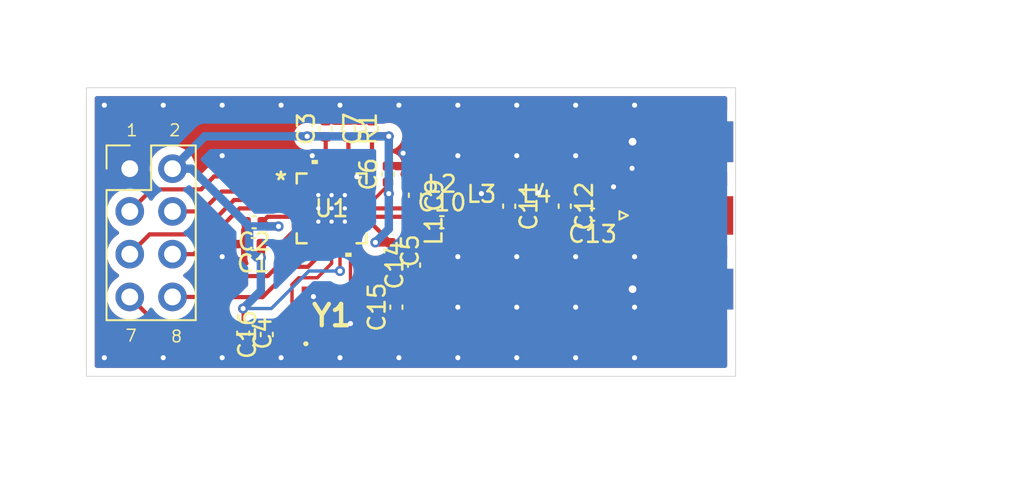
<source format=kicad_pcb>
(kicad_pcb (version 20241229) (generator "pcbnew") (generator_version "9.0")
  (layers (0 "F.Cu" signal) (2 "B.Cu" signal) (13 "F.Paste" user) (15 "B.Paste" user) (5 "F.SilkS" user "F.Silkscreen") (7 "B.SilkS" user "B.Silkscreen") (1 "F.Mask" user) (3 "B.Mask" user) (25 "Edge.Cuts" user))
  (net 0 "")
  (net 1 "+3.3V")
  (net 2 "GND")
  (net 3 "RF_N")
  (net 4 "Net-(C10-Pad2)")
  (net 5 "RF_P")
  (net 6 "Net-(C11-Pad2)")
  (net 7 "Net-(C12-Pad2)")
  (net 8 "RFC")
  (net 9 "Net-(C14-Pad2)")
  (net 10 "/XOSC_Q2")
  (net 11 "/XOSC_Q1")
  (net 12 "GD02")
  (net 13 "GD00")
  (net 14 "CSN")
  (net 15 "SCLK")
  (net 16 "Net-(U1-RBIAS)")
  (net 17 "MISO")
  (net 18 "MOSI")
  (footprint "comms-board-footprints:RGP20_2P4X2P4" (layer "F.Cu") (at 90.2495 91.8798)
    (property "Reference" "U1" (at 0 0 0) (layer "F.SilkS"))
    (property "Value" "CC1101RGP")
    (fp_line (start -2.0701 -2.0701) (end -2.0701 -1.485141) (stroke (width 0.1524)) (layer "F.SilkS"))
    (fp_line (start -2.0701 1.485141) (end -2.0701 2.0701) (stroke (width 0.1524)) (layer "F.SilkS"))
    (fp_line (start -2.0701 2.0701) (end -1.485141 2.0701) (stroke (width 0.1524)) (layer "F.SilkS"))
    (fp_line (start -1.485141 -2.0701) (end -2.0701 -2.0701) (stroke (width 0.1524)) (layer "F.SilkS"))
    (fp_line (start 1.485141 2.0701) (end 2.0701 2.0701) (stroke (width 0.1524)) (layer "F.SilkS"))
    (fp_line (start 2.0701 -2.0701) (end 1.485141 -2.0701) (stroke (width 0.1524)) (layer "F.SilkS"))
    (fp_line (start 2.0701 -1.485141) (end 2.0701 -2.0701) (stroke (width 0.1524)) (layer "F.SilkS"))
    (fp_line (start 2.0701 2.0701) (end 2.0701 1.485141) (stroke (width 0.1524)) (layer "F.SilkS"))
    (fp_poly (pts (xy -1.190501 -2.6289) (xy -1.190501 -2.8829) (xy -0.809501 -2.8829) (xy -0.809501 -2.6289)) (fill yes) (layer "F.SilkS"))
    (fp_poly (pts (xy 0.809501 2.6289) (xy 0.809501 2.8829) (xy 1.190501 2.8829) (xy 1.190501 2.6289)) (fill yes) (layer "F.SilkS"))
    (fp_text user "*" (at -3.0099 -1.631 0) (layer "F.SilkS"))
    (fp_text user "*" (at -3.0099 -1.631 0) (layer "F.SilkS"))
    (pad "1" smd rect (at -1.89865 -1.000001 90) (size 0.3048 0.9525) (layers "F.Cu" "F.Mask" "F.Paste") (net 15 "SCLK"))
    (pad "2" smd rect (at -1.89865 -0.499999 90) (size 0.3048 0.9525) (layers "F.Cu" "F.Mask" "F.Paste") (net 17 "MISO"))
    (pad "3" smd rect (at -1.89865 0 90) (size 0.3048 0.9525) (layers "F.Cu" "F.Mask" "F.Paste") (net 12 "GD02"))
    (pad "4" smd rect (at -1.89865 0.499999 90) (size 0.3048 0.9525) (layers "F.Cu" "F.Mask" "F.Paste") (net 1 "+3.3V"))
    (pad "5" smd rect (at -1.89865 1.000001 90) (size 0.3048 0.9525) (layers "F.Cu" "F.Mask" "F.Paste") (net 1 "+3.3V"))
    (pad "6" smd rect (at -1.000001 1.89865) (size 0.3048 0.9525) (layers "F.Cu" "F.Mask" "F.Paste") (net 13 "GD00"))
    (pad "7" smd rect (at -0.499999 1.89865) (size 0.3048 0.9525) (layers "F.Cu" "F.Mask" "F.Paste") (net 14 "CSN"))
    (pad "8" smd rect (at 0 1.89865) (size 0.3048 0.9525) (layers "F.Cu" "F.Mask" "F.Paste") (net 11 "/XOSC_Q1"))
    (pad "9" smd rect (at 0.499999 1.89865) (size 0.3048 0.9525) (layers "F.Cu" "F.Mask" "F.Paste") (net 1 "+3.3V"))
    (pad "10" smd rect (at 1.000001 1.89865) (size 0.3048 0.9525) (layers "F.Cu" "F.Mask" "F.Paste") (net 10 "/XOSC_Q2"))
    (pad "11" smd rect (at 1.89865 1.000001 90) (size 0.3048 0.9525) (layers "F.Cu" "F.Mask" "F.Paste") (net 1 "+3.3V"))
    (pad "12" smd rect (at 1.89865 0.499999 90) (size 0.3048 0.9525) (layers "F.Cu" "F.Mask" "F.Paste") (net 5 "RF_P"))
    (pad "13" smd rect (at 1.89865 0 90) (size 0.3048 0.9525) (layers "F.Cu" "F.Mask" "F.Paste") (net 3 "RF_N"))
    (pad "14" smd rect (at 1.89865 -0.499999 90) (size 0.3048 0.9525) (layers "F.Cu" "F.Mask" "F.Paste") (net 1 "+3.3V"))
    (pad "15" smd rect (at 1.89865 -1.000001 90) (size 0.3048 0.9525) (layers "F.Cu" "F.Mask" "F.Paste") (net 1 "+3.3V"))
    (pad "16" smd rect (at 1.000001 -1.89865) (size 0.3048 0.9525) (layers "F.Cu" "F.Mask" "F.Paste") (net 2 "GND"))
    (pad "17" smd rect (at 0.499999 -1.89865) (size 0.3048 0.9525) (layers "F.Cu" "F.Mask" "F.Paste") (net 16 "Net-(U1-RBIAS)"))
    (pad "18" smd rect (at 0 -1.89865) (size 0.3048 0.9525) (layers "F.Cu" "F.Mask" "F.Paste") (net 1 "+3.3V"))
    (pad "19" smd rect (at -0.499999 -1.89865) (size 0.3048 0.9525) (layers "F.Cu" "F.Mask" "F.Paste") (net 2 "GND"))
    (pad "20" smd rect (at -1.000001 -1.89865) (size 0.3048 0.9525) (layers "F.Cu" "F.Mask" "F.Paste") (net 18 "MOSI"))
    (pad "21" smd rect (at 0 0) (size 2.413 2.413) (layers "F.Cu") (net 2 "GND"))
    (pad "V" thru_hole circle (at -0.7874 -0.7874) (size 0.508 0.508) (drill 0.254) (layers "*.Cu" "*.Mask") (net 2 "GND"))
    (pad "V" thru_hole circle (at -0.7874 0) (size 0.508 0.508) (drill 0.254) (layers "*.Cu" "*.Mask") (net 2 "GND"))
    (pad "V" thru_hole circle (at -0.7874 0.7874) (size 0.508 0.508) (drill 0.254) (layers "*.Cu" "*.Mask") (net 2 "GND"))
    (pad "V" thru_hole circle (at 0 -0.7874) (size 0.508 0.508) (drill 0.254) (layers "*.Cu" "*.Mask") (net 2 "GND"))
    (pad "V" thru_hole circle (at 0 0) (size 0.508 0.508) (drill 0.254) (layers "*.Cu" "*.Mask") (net 2 "GND"))
    (pad "V" thru_hole circle (at 0 0.7874) (size 0.508 0.508) (drill 0.254) (layers "*.Cu" "*.Mask") (net 2 "GND"))
    (pad "V" thru_hole circle (at 0.7874 -0.7874) (size 0.508 0.508) (drill 0.254) (layers "*.Cu" "*.Mask") (net 2 "GND"))
    (pad "V" thru_hole circle (at 0.7874 0) (size 0.508 0.508) (drill 0.254) (layers "*.Cu" "*.Mask") (net 2 "GND"))
    (pad "V" thru_hole circle (at 0.7874 0.7874) (size 0.508 0.508) (drill 0.254) (layers "*.Cu" "*.Mask") (net 2 "GND"))
  )
  (footprint "Capacitor_SMD:C_0402_1005Metric" (layer "F.Cu") (at 95.15 95.25 90)
    (property "Reference" "C14" (at 0 -1.16 90) (layer "F.SilkS"))
    (property "Value" "220pF")
    (fp_line (start -0.107836 -0.36) (end 0.107836 -0.36) (stroke (width 0.12)) (layer "F.SilkS"))
    (fp_line (start -0.107836 0.36) (end 0.107836 0.36) (stroke (width 0.12)) (layer "F.SilkS"))
    (pad "1" smd roundrect (at -0.48 0 90) (size 0.56 0.62) (layers "F.Cu" "F.Mask" "F.Paste") (net 2 "GND"))
    (pad "2" smd roundrect (at 0.48 0 90) (size 0.56 0.62) (layers "F.Cu" "F.Mask" "F.Paste") (net 9 "Net-(C14-Pad2)"))
  )
  (footprint "Capacitor_SMD:C_0402_1005Metric" (layer "F.Cu") (at 105.75 92.25 180)
    (property "Reference" "C13" (at 0 -1.16 180) (layer "F.SilkS"))
    (property "Value" "220pF")
    (fp_line (start -0.107836 0.36) (end 0.107836 0.36) (stroke (width 0.12)) (layer "F.SilkS"))
    (fp_line (start -0.107836 -0.36) (end 0.107836 -0.36) (stroke (width 0.12)) (layer "F.SilkS"))
    (pad "1" smd roundrect (at -0.48 0 180) (size 0.56 0.62) (layers "F.Cu" "F.Mask" "F.Paste") (net 8 "RFC"))
    (pad "2" smd roundrect (at 0.48 0 180) (size 0.56 0.62) (layers "F.Cu" "F.Mask" "F.Paste") (net 7 "Net-(C12-Pad2)"))
  )
  (footprint "Capacitor_SMD:C_0402_1005Metric" (layer "F.Cu") (at 85 99.3 -90)
    (property "Reference" "C4" (at 0 -1.16 90) (layer "F.SilkS"))
    (property "Value" "10nF")
    (fp_line (start -0.107836 0.36) (end 0.107836 0.36) (stroke (width 0.12)) (layer "F.SilkS"))
    (fp_line (start -0.107836 -0.36) (end 0.107836 -0.36) (stroke (width 0.12)) (layer "F.SilkS"))
    (pad "1" smd roundrect (at -0.48 0 270) (size 0.56 0.62) (layers "F.Cu" "F.Mask" "F.Paste") (net 1 "+3.3V"))
    (pad "2" smd roundrect (at 0.48 0 270) (size 0.56 0.62) (layers "F.Cu" "F.Mask" "F.Paste") (net 2 "GND"))
  )
  (footprint "Resistor_SMD:R_0402_1005Metric" (layer "F.Cu") (at 91.25 87.15 -90)
    (property "Reference" "R1" (at 0 -1.17 90) (layer "F.SilkS"))
    (property "Value" "56k")
    (fp_line (start -0.153641 0.38) (end 0.153641 0.38) (stroke (width 0.12)) (layer "F.SilkS"))
    (fp_line (start -0.153641 -0.38) (end 0.153641 -0.38) (stroke (width 0.12)) (layer "F.SilkS"))
    (pad "1" smd roundrect (at -0.51 0 270) (size 0.54 0.64) (layers "F.Cu" "F.Mask" "F.Paste") (net 2 "GND"))
    (pad "2" smd roundrect (at 0.51 0 270) (size 0.54 0.64) (layers "F.Cu" "F.Mask" "F.Paste") (net 16 "Net-(U1-RBIAS)"))
  )
  (footprint "Capacitor_SMD:C_0402_1005Metric" (layer "F.Cu") (at 93.6 89.85 90)
    (property "Reference" "C6" (at 0 -1.16 90) (layer "F.SilkS"))
    (property "Value" "10nF")
    (fp_line (start -0.107836 -0.36) (end 0.107836 -0.36) (stroke (width 0.12)) (layer "F.SilkS"))
    (fp_line (start -0.107836 0.36) (end 0.107836 0.36) (stroke (width 0.12)) (layer "F.SilkS"))
    (pad "1" smd roundrect (at -0.48 0 90) (size 0.56 0.62) (layers "F.Cu" "F.Mask" "F.Paste") (net 1 "+3.3V"))
    (pad "2" smd roundrect (at 0.48 0 90) (size 0.56 0.62) (layers "F.Cu" "F.Mask" "F.Paste") (net 2 "GND"))
  )
  (footprint "Capacitor_SMD:C_0402_1005Metric" (layer "F.Cu") (at 94.1 97.75 90)
    (property "Reference" "C15" (at 0 -1.16 90) (layer "F.SilkS"))
    (property "Value" "27pF")
    (fp_line (start -0.107836 -0.36) (end 0.107836 -0.36) (stroke (width 0.12)) (layer "F.SilkS"))
    (fp_line (start -0.107836 0.36) (end 0.107836 0.36) (stroke (width 0.12)) (layer "F.SilkS"))
    (pad "1" smd roundrect (at -0.48 0 90) (size 0.56 0.62) (layers "F.Cu" "F.Mask" "F.Paste") (net 2 "GND"))
    (pad "2" smd roundrect (at 0.48 0 90) (size 0.56 0.62) (layers "F.Cu" "F.Mask" "F.Paste") (net 10 "/XOSC_Q2"))
  )
  (footprint "Capacitor_SMD:C_0402_1005Metric" (layer "F.Cu") (at 89.9 87.15 90)
    (property "Reference" "C3" (at 0 -1.16 90) (layer "F.SilkS"))
    (property "Value" "220pF")
    (fp_line (start -0.107836 -0.36) (end 0.107836 -0.36) (stroke (width 0.12)) (layer "F.SilkS"))
    (fp_line (start -0.107836 0.36) (end 0.107836 0.36) (stroke (width 0.12)) (layer "F.SilkS"))
    (pad "1" smd roundrect (at -0.48 0 90) (size 0.56 0.62) (layers "F.Cu" "F.Mask" "F.Paste") (net 1 "+3.3V"))
    (pad "2" smd roundrect (at 0.48 0 90) (size 0.56 0.62) (layers "F.Cu" "F.Mask" "F.Paste") (net 2 "GND"))
  )
  (footprint "Inductor_SMD:L_0402_1005Metric" (layer "F.Cu") (at 102.435 92.2)
    (property "Reference" "L4" (at 0 -1.17 0) (layer "F.SilkS"))
    (property "Value" "27nH")
    (pad "1" smd roundrect (at -0.485 0) (size 0.59 0.64) (layers "F.Cu" "F.Mask" "F.Paste") (net 6 "Net-(C11-Pad2)"))
    (pad "2" smd roundrect (at 0.485 0) (size 0.59 0.64) (layers "F.Cu" "F.Mask" "F.Paste") (net 7 "Net-(C12-Pad2)"))
  )
  (footprint "Capacitor_SMD:C_0402_1005Metric" (layer "F.Cu") (at 86.4 99.3723 90)
    (property "Reference" "C16" (at 0 -1.16 90) (layer "F.SilkS"))
    (property "Value" "27pF")
    (fp_line (start -0.107836 -0.36) (end 0.107836 -0.36) (stroke (width 0.12)) (layer "F.SilkS"))
    (fp_line (start -0.107836 0.36) (end 0.107836 0.36) (stroke (width 0.12)) (layer "F.SilkS"))
    (pad "1" smd roundrect (at -0.48 0 90) (size 0.56 0.62) (layers "F.Cu" "F.Mask" "F.Paste") (net 2 "GND"))
    (pad "2" smd roundrect (at 0.48 0 90) (size 0.56 0.62) (layers "F.Cu" "F.Mask" "F.Paste") (net 11 "/XOSC_Q1"))
  )
  (footprint "comms-board-footprints:NX3225GA26MHZTI" (layer "F.Cu") (at 90.2716 97.9222)
    (property "Reference" "Y1" (at 0 0.325 0) (layer "F.SilkS") (effects (font (size 1.27 1.27) (thickness 0.254))))
    (property "Value" "NX3225GA-26MHZ-TI" (hide yes))
    (fp_line (start -1.6 2) (end -1.6 2) (stroke (width 0.2)) (layer "F.SilkS"))
    (fp_line (start -1.5 2) (end -1.5 2) (stroke (width 0.2)) (layer "F.SilkS"))
    (fp_arc (start -1.6 2) (mid -1.55 1.95) (end -1.5 2) (stroke (width 0.2)) (layer "F.SilkS"))
    (fp_arc (start -1.5 2) (mid -1.55 2.05) (end -1.6 2) (stroke (width 0.2)) (layer "F.SilkS"))
    (pad "1" smd rect (at -1.1 0.8 90) (size 1.2 1.4) (layers "F.Cu" "F.Mask" "F.Paste") (net 11 "/XOSC_Q1"))
    (pad "2" smd rect (at 1.1 0.8 90) (size 1.2 1.4) (layers "F.Cu" "F.Mask" "F.Paste") (net 2 "GND"))
    (pad "3" smd rect (at 1.1 -0.8 90) (size 1.2 1.4) (layers "F.Cu" "F.Mask" "F.Paste") (net 10 "/XOSC_Q2"))
    (pad "4" smd rect (at -1.1 -0.8 90) (size 1.2 1.4) (layers "F.Cu" "F.Mask" "F.Paste") (net 2 "GND"))
  )
  (footprint "Connector_PinHeader_2.54mm:PinHeader_2x04_P2.54mm_Vertical" (layer "F.Cu") (at 78.26 89.52)
    (property "Reference" "J1" (hide yes))
    (property "Value" "Conn_02x04_Odd_Even" (hide yes))
    (fp_line (start -1.38 -1.38) (end 0 -1.38) (stroke (width 0.12)) (layer "F.SilkS"))
    (fp_line (start -1.38 0) (end -1.38 -1.38) (stroke (width 0.12)) (layer "F.SilkS"))
    (fp_line (start -1.38 1.27) (end -1.38 9) (stroke (width 0.12)) (layer "F.SilkS"))
    (fp_line (start -1.38 1.27) (end 1.27 1.27) (stroke (width 0.12)) (layer "F.SilkS"))
    (fp_line (start -1.38 9) (end 3.92 9) (stroke (width 0.12)) (layer "F.SilkS"))
    (fp_line (start 1.27 -1.38) (end 3.92 -1.38) (stroke (width 0.12)) (layer "F.SilkS"))
    (fp_line (start 1.27 1.27) (end 1.27 -1.38) (stroke (width 0.12)) (layer "F.SilkS"))
    (fp_line (start 3.92 -1.38) (end 3.92 9) (stroke (width 0.12)) (layer "F.SilkS"))
    (pad "1" thru_hole rect (at 0 0) (size 1.7 1.7) (drill 1) (layers "*.Cu" "*.Mask") (net 2 "GND"))
    (pad "2" thru_hole circle (at 2.54 0) (size 1.7 1.7) (drill 1) (layers "*.Cu" "*.Mask") (net 1 "+3.3V"))
    (pad "3" thru_hole circle (at 0 2.54) (size 1.7 1.7) (drill 1) (layers "*.Cu" "*.Mask") (net 18 "MOSI"))
    (pad "4" thru_hole circle (at 2.54 2.54) (size 1.7 1.7) (drill 1) (layers "*.Cu" "*.Mask") (net 15 "SCLK"))
    (pad "5" thru_hole circle (at 0 5.08) (size 1.7 1.7) (drill 1) (layers "*.Cu" "*.Mask") (net 17 "MISO"))
    (pad "6" thru_hole circle (at 2.54 5.08) (size 1.7 1.7) (drill 1) (layers "*.Cu" "*.Mask") (net 12 "GD02"))
    (pad "7" thru_hole circle (at 0 7.62) (size 1.7 1.7) (drill 1) (layers "*.Cu" "*.Mask") (net 14 "CSN"))
    (pad "8" thru_hole circle (at 2.54 7.62) (size 1.7 1.7) (drill 1) (layers "*.Cu" "*.Mask") (net 13 "GD00"))
  )
  (footprint "Capacitor_SMD:C_0402_1005Metric" (layer "F.Cu") (at 85.6 94 180)
    (property "Reference" "C1" (at 0 -1.16 0) (layer "F.SilkS"))
    (property "Value" "100nF")
    (fp_line (start -0.107836 0.36) (end 0.107836 0.36) (stroke (width 0.12)) (layer "F.SilkS"))
    (fp_line (start -0.107836 -0.36) (end 0.107836 -0.36) (stroke (width 0.12)) (layer "F.SilkS"))
    (pad "1" smd roundrect (at -0.48 0 180) (size 0.56 0.62) (layers "F.Cu" "F.Mask" "F.Paste") (net 1 "+3.3V"))
    (pad "2" smd roundrect (at 0.48 0 180) (size 0.56 0.62) (layers "F.Cu" "F.Mask" "F.Paste") (net 2 "GND"))
  )
  (footprint "Capacitor_SMD:C_0402_1005Metric" (layer "F.Cu") (at 96.8 92.7)
    (property "Reference" "C10" (at 0 -1.16 0) (layer "F.SilkS"))
    (property "Value" "3.9pF")
    (fp_line (start -0.107836 -0.36) (end 0.107836 -0.36) (stroke (width 0.12)) (layer "F.SilkS"))
    (fp_line (start -0.107836 0.36) (end 0.107836 0.36) (stroke (width 0.12)) (layer "F.SilkS"))
    (pad "1" smd roundrect (at -0.48 0) (size 0.56 0.62) (layers "F.Cu" "F.Mask" "F.Paste") (net 5 "RF_P"))
    (pad "2" smd roundrect (at 0.48 0) (size 0.56 0.62) (layers "F.Cu" "F.Mask" "F.Paste") (net 4 "Net-(C10-Pad2)"))
  )
  (footprint "Capacitor_SMD:C_0402_1005Metric" (layer "F.Cu") (at 92.65 87.15 90)
    (property "Reference" "C7" (at 0 -1.16 90) (layer "F.SilkS"))
    (property "Value" "220nF")
    (fp_line (start -0.107836 -0.36) (end 0.107836 -0.36) (stroke (width 0.12)) (layer "F.SilkS"))
    (fp_line (start -0.107836 0.36) (end 0.107836 0.36) (stroke (width 0.12)) (layer "F.SilkS"))
    (pad "1" smd roundrect (at -0.48 0 90) (size 0.56 0.62) (layers "F.Cu" "F.Mask" "F.Paste") (net 1 "+3.3V"))
    (pad "2" smd roundrect (at 0.48 0 90) (size 0.56 0.62) (layers "F.Cu" "F.Mask" "F.Paste") (net 2 "GND"))
  )
  (footprint "Capacitor_SMD:C_0402_1005Metric" (layer "F.Cu") (at 100.8 91.75 -90)
    (property "Reference" "C11" (at 0 -1.16 270) (layer "F.SilkS"))
    (property "Value" "8.2pF")
    (fp_line (start -0.107836 0.36) (end 0.107836 0.36) (stroke (width 0.12)) (layer "F.SilkS"))
    (fp_line (start -0.107836 -0.36) (end 0.107836 -0.36) (stroke (width 0.12)) (layer "F.SilkS"))
    (pad "1" smd roundrect (at -0.48 0 270) (size 0.56 0.62) (layers "F.Cu" "F.Mask" "F.Paste") (net 2 "GND"))
    (pad "2" smd roundrect (at 0.48 0 270) (size 0.56 0.62) (layers "F.Cu" "F.Mask" "F.Paste") (net 6 "Net-(C11-Pad2)"))
  )
  (footprint "Inductor_SMD:L_0402_1005Metric" (layer "F.Cu") (at 95.15 93.2 -90)
    (property "Reference" "L1" (at 0 -1.17 270) (layer "F.SilkS"))
    (property "Value" "27nH")
    (pad "1" smd roundrect (at -0.485 0 270) (size 0.59 0.64) (layers "F.Cu" "F.Mask" "F.Paste") (net 5 "RF_P"))
    (pad "2" smd roundrect (at 0.485 0 270) (size 0.59 0.64) (layers "F.Cu" "F.Mask" "F.Paste") (net 9 "Net-(C14-Pad2)"))
  )
  (footprint "Inductor_SMD:L_0402_1005Metric" (layer "F.Cu") (at 96.8 91.6)
    (property "Reference" "L2" (at 0 -1.17 0) (layer "F.SilkS"))
    (property "Value" "27nH")
    (pad "1" smd roundrect (at -0.485 0) (size 0.59 0.64) (layers "F.Cu" "F.Mask" "F.Paste") (net 3 "RF_N"))
    (pad "2" smd roundrect (at 0.485 0) (size 0.59 0.64) (layers "F.Cu" "F.Mask" "F.Paste") (net 4 "Net-(C10-Pad2)"))
  )
  (footprint "Capacitor_SMD:C_0402_1005Metric" (layer "F.Cu") (at 85.65 92.7 180)
    (property "Reference" "C2" (at 0 -1.16 180) (layer "F.SilkS"))
    (property "Value" "100nF")
    (fp_line (start -0.107836 0.36) (end 0.107836 0.36) (stroke (width 0.12)) (layer "F.SilkS"))
    (fp_line (start -0.107836 -0.36) (end 0.107836 -0.36) (stroke (width 0.12)) (layer "F.SilkS"))
    (pad "1" smd roundrect (at -0.48 0 180) (size 0.56 0.62) (layers "F.Cu" "F.Mask" "F.Paste") (net 1 "+3.3V"))
    (pad "2" smd roundrect (at 0.48 0 180) (size 0.56 0.62) (layers "F.Cu" "F.Mask" "F.Paste") (net 2 "GND"))
  )
  (footprint "Capacitor_SMD:C_0402_1005Metric" (layer "F.Cu") (at 95.2 91.1 -90)
    (property "Reference" "C9" (at 0 -1.16 270) (layer "F.SilkS"))
    (property "Value" "3.9pF")
    (fp_line (start -0.107836 0.36) (end 0.107836 0.36) (stroke (width 0.12)) (layer "F.SilkS"))
    (fp_line (start -0.107836 -0.36) (end 0.107836 -0.36) (stroke (width 0.12)) (layer "F.SilkS"))
    (pad "1" smd roundrect (at -0.48 0 270) (size 0.56 0.62) (layers "F.Cu" "F.Mask" "F.Paste") (net 2 "GND"))
    (pad "2" smd roundrect (at 0.48 0 270) (size 0.56 0.62) (layers "F.Cu" "F.Mask" "F.Paste") (net 3 "RF_N"))
  )
  (footprint "Inductor_SMD:L_0402_1005Metric" (layer "F.Cu") (at 99.15 92.2)
    (property "Reference" "L3" (at 0 -1.17 0) (layer "F.SilkS"))
    (property "Value" "22nH")
    (pad "1" smd roundrect (at -0.485 0) (size 0.59 0.64) (layers "F.Cu" "F.Mask" "F.Paste") (net 4 "Net-(C10-Pad2)"))
    (pad "2" smd roundrect (at 0.485 0) (size 0.59 0.64) (layers "F.Cu" "F.Mask" "F.Paste") (net 6 "Net-(C11-Pad2)"))
  )
  (footprint "Capacitor_SMD:C_0402_1005Metric" (layer "F.Cu") (at 104.1 91.75 -90)
    (property "Reference" "C12" (at 0 -1.16 270) (layer "F.SilkS"))
    (property "Value" "5.6pF")
    (fp_line (start -0.107836 0.36) (end 0.107836 0.36) (stroke (width 0.12)) (layer "F.SilkS"))
    (fp_line (start -0.107836 -0.36) (end 0.107836 -0.36) (stroke (width 0.12)) (layer "F.SilkS"))
    (pad "1" smd roundrect (at -0.48 0 270) (size 0.56 0.62) (layers "F.Cu" "F.Mask" "F.Paste") (net 2 "GND"))
    (pad "2" smd roundrect (at 0.48 0 270) (size 0.56 0.62) (layers "F.Cu" "F.Mask" "F.Paste") (net 7 "Net-(C12-Pad2)"))
  )
  (footprint "Capacitor_SMD:C_0402_1005Metric" (layer "F.Cu") (at 93.75 94.4 -90)
    (property "Reference" "C5" (at 0 -1.16 270) (layer "F.SilkS"))
    (property "Value" "220pF")
    (fp_line (start -0.107836 0.36) (end 0.107836 0.36) (stroke (width 0.12)) (layer "F.SilkS"))
    (fp_line (start -0.107836 -0.36) (end 0.107836 -0.36) (stroke (width 0.12)) (layer "F.SilkS"))
    (pad "1" smd roundrect (at -0.48 0 270) (size 0.56 0.62) (layers "F.Cu" "F.Mask" "F.Paste") (net 1 "+3.3V"))
    (pad "2" smd roundrect (at 0.48 0 270) (size 0.56 0.62) (layers "F.Cu" "F.Mask" "F.Paste") (net 2 "GND"))
  )
  (footprint "Connector_Coaxial:SMA_Molex_73251-1153_EdgeMount_Horizontal" (layer "F.Cu") (at 109.85 92.3 180)
    (property "Reference" "J3" (hide yes))
    (property "Value" "Conn_Coaxial")
    (fp_line (start 2.5 0.25) (end 2 0) (stroke (width 0.12)) (layer "F.SilkS"))
    (fp_line (start 2.5 -0.25) (end 2.5 0.25) (stroke (width 0.12)) (layer "F.SilkS"))
    (fp_line (start 2 0) (end 2.5 -0.25) (stroke (width 0.12)) (layer "F.SilkS"))
    (pad "1" smd rect (at -1.72 0 180) (size 5.08 2.29) (layers "F.Cu" "F.Mask" "F.Paste") (net 8 "RFC"))
    (pad "2" smd rect (at -1.72 -4.38 180) (size 5.08 2.42) (layers "F.Cu" "F.Mask" "F.Paste") (net 2 "GND"))
    (pad "2" smd rect (at -1.72 -4.38 180) (size 5.08 2.42) (layers "B.Cu" "B.Mask" "B.Paste") (net 2 "GND"))
    (pad "2" smd rect (at -1.72 4.38 180) (size 5.08 2.42) (layers "F.Cu" "F.Mask" "F.Paste") (net 2 "GND"))
    (pad "2" smd rect (at -1.72 4.38 180) (size 5.08 2.42) (layers "B.Cu" "B.Mask" "B.Paste") (net 2 "GND"))
    (pad "2" smd rect (at 1.27 -4.38 180) (size 0.95 0.46) (layers "F.Cu") (net 2 "GND"))
    (pad "2" smd rect (at 1.27 -4.38 180) (size 0.95 0.46) (layers "B.Cu") (net 2 "GND"))
    (pad "2" smd rect (at 1.27 4.38 180) (size 0.95 0.46) (layers "F.Cu") (net 2 "GND"))
    (pad "2" smd rect (at 1.27 4.38 180) (size 0.95 0.46) (layers "B.Cu") (net 2 "GND"))
    (pad "2" thru_hole circle (at 1.72 -4.38 180) (size 0.97 0.97) (drill 0.46) (layers "*.Cu") (net 2 "GND"))
    (pad "2" thru_hole circle (at 1.72 4.38 180) (size 0.97 0.97) (drill 0.46) (layers "*.Cu") (net 2 "GND"))
  )
  (gr_rect (start 75.682 84.7108) (end 114.25 101.856) (stroke (width 0.05)) (fill no) (layer "Edge.Cuts"))
  (gr_text "1" (at 78 87.65 0) (layer "F.SilkS") (effects (font (size 0.7 0.7) (thickness 0.0875)) (justify left bottom)))
  (gr_text "7\n" (at 77.95 99.85 0) (layer "F.SilkS") (effects (font (size 0.7 0.7) (thickness 0.0875)) (justify left bottom)))
  (gr_text "2" (at 80.55 87.65 0) (layer "F.SilkS") (effects (font (size 0.7 0.7) (thickness 0.0875)) (justify left bottom)))
  (gr_text "8" (at 80.65 99.9 0) (layer "F.SilkS") (effects (font (size 0.7 0.7) (thickness 0.0875)) (justify left bottom)))
  (segment (start 93.73 93.9) (end 93.75 93.92) (width 0.5) (layer "F.Cu") (net 1))
  (segment (start 86.08 94) (end 87.230651 94) (width 0.25) (layer "F.Cu") (net 1))
  (segment (start 93.6 90.515) (end 93.6 90.33) (width 0.2) (layer "F.Cu") (net 1))
  (segment (start 90.2495 89.0495) (end 90.2495 89.98115) (width 0.25) (layer "F.Cu") (net 1))
  (segment (start 89.9 87.63) (end 89.9 88.7) (width 0.25) (layer "F.Cu") (net 1))
  (segment (start 89.87 87.6) (end 89.9 87.63) (width 0.5) (layer "F.Cu") (net 1))
  (segment (start 93.65 87.6) (end 92.68 87.6) (width 0.5) (layer "F.Cu") (net 1))
  (segment (start 88.35085 92.379799) (end 86.450201 92.379799) (width 0.25) (layer "F.Cu") (net 1))
  (segment (start 87.1 92.95) (end 86.38 92.95) (width 0.5) (layer "F.Cu") (net 1))
  (segment (start 92.65 87.63) (end 92.65 90.377949) (width 0.25) (layer "F.Cu") (net 1))
  (segment (start 90.75 95.6) (end 90.75 93.778951) (width 0.2) (layer "F.Cu") (net 1))
  (segment (start 92.729801 92.879801) (end 92.14815 92.879801) (width 0.25) (layer "F.Cu") (net 1))
  (segment (start 84.9928 97.6572) (end 84.9928 97.828) (width 0.2) (layer "F.Cu") (net 1))
  (segment (start 90.75 93.778951) (end 90.749499 93.77845) (width 0.2) (layer "F.Cu") (net 1))
  (segment (start 86.38 92.95) (end 86.13 92.7) (width 0.5) (layer "F.Cu") (net 1))
  (segment (start 86.450201 92.379799) (end 86.13 92.7) (width 0.25) (layer "F.Cu") (net 1))
  (segment (start 93.75 93.9) (end 92.729801 92.879801) (width 0.25) (layer "F.Cu") (net 1))
  (segment (start 89.9 88.7) (end 90.2495 89.0495) (width 0.25) (layer "F.Cu") (net 1))
  (segment (start 87.230651 94) (end 88.35085 92.879801) (width 0.25) (layer "F.Cu") (net 1))
  (segment (start 92.14815 91.379801) (end 92.735199 91.379801) (width 0.2) (layer "F.Cu") (net 1))
  (segment (start 85 98.6777) (end 85 97.8352) (width 0.2) (layer "F.Cu") (net 1))
  (segment (start 92.65 90.377949) (end 92.14815 90.879799) (width 0.25) (layer "F.Cu") (net 1))
  (segment (start 93.75 93.92) (end 93.75 93.9) (width 0.25) (layer "F.Cu") (net 1))
  (segment (start 88.8 87.6) (end 89.87 87.6) (width 0.5) (layer "F.Cu") (net 1))
  (segment (start 92.735199 91.379801) (end 93.6 90.515) (width 0.2) (layer "F.Cu") (net 1))
  (segment (start 93.65 91) (end 93.65 90.38) (width 0.5) (layer "F.Cu") (net 1))
  (segment (start 86.05 94.03) (end 86.08 94) (width 0.5) (layer "F.Cu") (net 1))
  (segment (start 86.05 94.8) (end 86.05 94.03) (width 0.5) (layer "F.Cu") (net 1))
  (segment (start 92.85 93.9) (end 93.73 93.9) (width 0.5) (layer "F.Cu") (net 1))
  (segment (start 92.68 87.6) (end 92.65 87.63) (width 0.5) (layer "F.Cu") (net 1))
  (segment (start 93.65 90.38) (end 93.6 90.33) (width 0.5) (layer "F.Cu") (net 1))
  (via (at 84.9928 97.828) (size 0.6) (drill 0.3) (layers "F.Cu" "B.Cu") (net 1))
  (via (at 93.65 87.6) (size 0.6) (drill 0.3) (layers "F.Cu" "B.Cu") (net 1))
  (via (at 87.1 92.95) (size 0.6) (drill 0.3) (layers "F.Cu" "B.Cu") (net 1))
  (via (at 90.75 95.6) (size 0.6) (drill 0.3) (layers "F.Cu" "B.Cu") (net 1))
  (via (at 88.8 87.6) (size 0.6) (drill 0.3) (layers "F.Cu" "B.Cu") (net 1))
  (via (at 92.85 93.9) (size 0.6) (drill 0.3) (layers "F.Cu" "B.Cu") (net 1))
  (via (at 86.05 94.8) (size 0.6) (drill 0.3) (layers "F.Cu" "B.Cu") (net 1))
  (via (at 93.65 91) (size 0.6) (drill 0.3) (layers "F.Cu" "B.Cu") (net 1))
  (segment (start 88.9 95.6) (end 86.672 97.828) (width 0.2) (layer "B.Cu") (net 1))
  (segment (start 85.35 92.95) (end 81.92 89.52) (width 0.5) (layer "B.Cu") (net 1))
  (segment (start 86.05 94.8) (end 86.05 96.7708) (width 0.5) (layer "B.Cu") (net 1))
  (segment (start 80.8 89.52) (end 82.72 87.6) (width 0.5) (layer "B.Cu") (net 1))
  (segment (start 90.75 95.6) (end 88.9 95.6) (width 0.2) (layer "B.Cu") (net 1))
  (segment (start 81.92 89.52) (end 80.8 89.52) (width 0.5) (layer "B.Cu") (net 1))
  (segment (start 85.35 94.35) (end 85.35 92.95) (width 0.5) (layer "B.Cu") (net 1))
  (segment (start 86.672 97.828) (end 84.9928 97.828) (width 0.2) (layer "B.Cu") (net 1))
  (segment (start 82.72 87.6) (end 93.65 87.6) (width 0.5) (layer "B.Cu") (net 1))
  (segment (start 87.1 92.95) (end 85.35 92.95) (width 0.5) (layer "B.Cu") (net 1))
  (segment (start 93.65 87.6) (end 93.65 91) (width 0.5) (layer "B.Cu") (net 1))
  (segment (start 85.8 94.8) (end 85.35 94.35) (width 0.5) (layer "B.Cu") (net 1))
  (segment (start 86.05 94.8) (end 85.8 94.8) (width 0.5) (layer "B.Cu") (net 1))
  (segment (start 93.65 91) (end 93.65 93.1) (width 0.5) (layer "B.Cu") (net 1))
  (segment (start 93.65 93.1) (end 92.85 93.9) (width 0.5) (layer "B.Cu") (net 1))
  (segment (start 86.05 96.7708) (end 84.9928 97.828) (width 0.5) (layer "B.Cu") (net 1))
  (segment (start 91.73115 89.98115) (end 91.75 90) (width 0.2) (layer "F.Cu") (net 2))
  (segment (start 89.749501 89.98115) (end 89.749501 89.200502) (width 0.25) (layer "F.Cu") (net 2))
  (segment (start 89.298999 88.75) (end 89.1 88.75) (width 0.25) (layer "F.Cu") (net 2))
  (segment (start 89.749501 89.200502) (end 89.298999 88.75) (width 0.25) (layer "F.Cu") (net 2))
  (segment (start 91.249501 89.98115) (end 91.73115 89.98115) (width 0.2) (layer "F.Cu") (net 2))
  (via (at 102.55 90.95) (size 0.6) (drill 0.3) (layers "F.Cu" "B.Cu") (net 2))
  (via (at 83.75 94.75) (size 0.6) (drill 0.3) (layers "F.Cu" "B.Cu") (net 2))
  (via (at 91.3716 98.7222) (size 0.6) (drill 0.3) (layers "F.Cu" "B.Cu") (net 2))
  (via (at 83.75 100.75) (size 0.6) (drill 0.3) (layers "F.Cu" "B.Cu") (net 2))
  (via (at 94.25 85.75) (size 0.6) (drill 0.3) (layers "F.Cu" "B.Cu") (net 2))
  (via (at 76.75 100.75) (size 0.6) (drill 0.3) (layers "F.Cu" "B.Cu") (net 2))
  (via (at 108.1 89.5) (size 0.6) (drill 0.3) (layers "F.Cu" "B.Cu") (net 2))
  (via (at 108.25 97.75) (size 0.6) (drill 0.3) (layers "F.Cu" "B.Cu") (net 2))
  (via (at 101.25 88.75) (size 0.6) (drill 0.3) (layers "F.Cu" "B.Cu") (net 2))
  (via (at 99.15 91) (size 0.6) (drill 0.3) (layers "F.Cu" "B.Cu") (net 2))
  (via (at 76.75 85.75) (size 0.6) (drill 0.3) (layers "F.Cu" "B.Cu") (net 2))
  (via (at 101.25 97.75) (size 0.6) (drill 0.3) (layers "F.Cu" "B.Cu") (net 2))
  (via (at 91.75 90) (size 0.6) (drill 0.3) (layers "F.Cu" "B.Cu") (net 2))
  (via (at 104.75 97.75) (size 0.6) (drill 0.3) (layers "F.Cu" "B.Cu") (net 2))
  (via (at 87.25 85.75) (size 0.6) (drill 0.3) (layers "F.Cu" "B.Cu") (net 2))
  (via (at 94.5 88.6) (size 0.6) (drill 0.3) (layers "F.Cu" "B.Cu") (net 2))
  (via (at 97.75 94.75) (size 0.6) (drill 0.3) (layers "F.Cu" "B.Cu") (net 2))
  (via (at 104.75 88.75) (size 0.6) (drill 0.3) (layers "F.Cu" "B.Cu") (net 2))
  (via (at 83.75 85.75) (size 0.6) (drill 0.3) (layers "F.Cu" "B.Cu") (net 2))
  (via (at 104.75 94.75) (size 0.6) (drill 0.3) (layers "F.Cu" "B.Cu") (net 2))
  (via (at 101.25 100.75) (size 0.6) (drill 0.3) (layers "F.Cu" "B.Cu") (net 2))
  (via (at 87.25 100.75) (size 0.6) (drill 0.3) (layers "F.Cu" "B.Cu") (net 2))
  (via (at 80.25 85.75) (size 0.6) (drill 0.3) (layers "F.Cu" "B.Cu") (net 2))
  (via (at 97.75 85.75) (size 0.6) (drill 0.3) (layers "F.Cu" "B.Cu") (net 2))
  (via (at 108.25 94.75) (size 0.6) (drill 0.3) (layers "F.Cu" "B.Cu") (net 2))
  (via (at 108.25 100.75) (size 0.6) (drill 0.3) (layers "F.Cu" "B.Cu") (net 2))
  (via (at 104.75 85.75) (size 0.6) (drill 0.3) (layers "F.Cu" "B.Cu") (net 2))
  (via (at 97.75 100.75) (size 0.6) (drill 0.3) (layers "F.Cu" "B.Cu") (net 2))
  (via (at 83.75 88.75) (size 0.6) (drill 0.3) (layers "F.Cu" "B.Cu") (net 2))
  (via (at 97.75 88.75) (size 0.6) (drill 0.3) (layers "F.Cu" "B.Cu") (net 2))
  (via (at 107 90.6) (size 0.6) (drill 0.3) (layers "F.Cu" "B.Cu") (net 2))
  (via (at 94.25 100.75) (size 0.6) (drill 0.3) (layers "F.Cu" "B.Cu") (net 2))
  (via (at 90.75 85.75) (size 0.6) (drill 0.3) (layers "F.Cu" "B.Cu") (net 2))
  (via (at 89.1 88.75) (size 0.6) (drill 0.3) (layers "F.Cu" "B.Cu") (net 2))
  (via (at 101.25 94.75) (size 0.6) (drill 0.3) (layers "F.Cu" "B.Cu") (net 2))
  (via (at 104.75 100.75) (size 0.6) (drill 0.3) (layers "F.Cu" "B.Cu") (net 2))
  (via (at 101.25 85.75) (size 0.6) (drill 0.3) (layers "F.Cu" "B.Cu") (net 2))
  (via (at 80.25 100.75) (size 0.6) (drill 0.3) (layers "F.Cu" "B.Cu") (net 2))
  (via (at 90.75 100.75) (size 0.6) (drill 0.3) (layers "F.Cu" "B.Cu") (net 2))
  (via (at 97.75 97.75) (size 0.6) (drill 0.3) (layers "F.Cu" "B.Cu") (net 2))
  (via (at 89.1716 97.1222) (size 0.6) (drill 0.3) (layers "F.Cu" "B.Cu") (net 2))
  (via (at 108.25 85.75) (size 0.6) (drill 0.3) (layers "F.Cu" "B.Cu") (net 2))
  (segment (start 95.2 91.58) (end 96.295 91.58) (width 0.25) (layer "F.Cu") (net 3))
  (segment (start 94.9002 91.8798) (end 95.2 91.58) (width 0.25) (layer "F.Cu") (net 3))
  (segment (start 96.295 91.58) (end 96.315 91.6) (width 0.25) (layer "F.Cu") (net 3))
  (segment (start 92.14815 91.8798) (end 94.9002 91.8798) (width 0.25) (layer "F.Cu") (net 3))
  (segment (start 97.285 91.705) (end 97.78 92.2) (width 0.25) (layer "F.Cu") (net 4))
  (segment (start 97.78 92.2) (end 97.28 92.7) (width 0.25) (layer "F.Cu") (net 4))
  (segment (start 97.285 91.6) (end 97.285 91.705) (width 0.25) (layer "F.Cu") (net 4))
  (segment (start 98.665 92.2) (end 97.78 92.2) (width 0.25) (layer "F.Cu") (net 4))
  (segment (start 96.305 92.715) (end 96.32 92.7) (width 0.25) (layer "F.Cu") (net 5))
  (segment (start 95.15 92.715) (end 96.305 92.715) (width 0.25) (layer "F.Cu") (net 5))
  (segment (start 92.14815 92.379799) (end 94.814799 92.379799) (width 0.25) (layer "F.Cu") (net 5))
  (segment (start 94.814799 92.379799) (end 95.15 92.715) (width 0.25) (layer "F.Cu") (net 5))
  (segment (start 100.77 92.2) (end 100.8 92.23) (width 0.25) (layer "F.Cu") (net 6))
  (segment (start 101.92 92.23) (end 101.95 92.2) (width 0.25) (layer "F.Cu") (net 6))
  (segment (start 100.8 92.23) (end 101.92 92.23) (width 0.25) (layer "F.Cu") (net 6))
  (segment (start 99.635 92.2) (end 100.77 92.2) (width 0.25) (layer "F.Cu") (net 6))
  (segment (start 105.25 92.23) (end 105.27 92.25) (width 0.25) (layer "F.Cu") (net 7))
  (segment (start 104.07 92.2) (end 104.1 92.23) (width 0.25) (layer "F.Cu") (net 7))
  (segment (start 104.1 92.23) (end 105.25 92.23) (width 0.25) (layer "F.Cu") (net 7))
  (segment (start 102.92 92.2) (end 104.07 92.2) (width 0.25) (layer "F.Cu") (net 7))
  (segment (start 111.52 92.25) (end 111.57 92.3) (width 0.25) (layer "F.Cu") (net 8))
  (segment (start 106.23 92.25) (end 111.52 92.25) (width 0.25) (layer "F.Cu") (net 8))
  (segment (start 95.15 94.77) (end 95.15 93.685) (width 0.25) (layer "F.Cu") (net 9))
  (segment (start 91.3771 97.1277) (end 91.3716 97.1222) (width 0.2) (layer "F.Cu") (net 10))
  (segment (start 94.1 97.1277) (end 91.3771 97.1277) (width 0.2) (layer "F.Cu") (net 10))
  (segment (start 91.3716 97.1222) (end 91.3716 93.900549) (width 0.2) (layer "F.Cu") (net 10))
  (segment (start 91.3716 93.900549) (end 91.249501 93.77845) (width 0.2) (layer "F.Cu") (net 10))
  (segment (start 89.1716 98.7222) (end 88.6222 98.7222) (width 0.2) (layer "F.Cu") (net 11))
  (segment (start 87.9 96.4) (end 88.3 96) (width 0.2) (layer "F.Cu") (net 11))
  (segment (start 88.6222 98.7222) (end 87.9 98) (width 0.2) (layer "F.Cu") (net 11))
  (segment (start 90.2495 95.1505) (end 90.2495 93.77845) (width 0.2) (layer "F.Cu") (net 11))
  (segment (start 87.9 98) (end 87.9 96.4) (width 0.2) (layer "F.Cu") (net 11))
  (segment (start 86.4 98.75) (end 89.1438 98.75) (width 0.2) (layer "F.Cu") (net 11))
  (segment (start 88.3 96) (end 89.4 96) (width 0.2) (layer "F.Cu") (net 11))
  (segment (start 89.4 96) (end 90.2495 95.1505) (width 0.2) (layer "F.Cu") (net 11))
  (segment (start 89.1438 98.75) (end 89.1716 98.7222) (width 0.2) (layer "F.Cu") (net 11))
  (segment (start 80.8 94.6) (end 82.073548 94.6) (width 0.25) (layer "F.Cu") (net 12))
  (segment (start 84.793748 91.8798) (end 88.35085 91.8798) (width 0.25) (layer "F.Cu") (net 12))
  (segment (start 82.073548 94.6) (end 84.793748 91.8798) (width 0.25) (layer "F.Cu") (net 12))
  (segment (start 80.8 97.14) (end 82.61 97.14) (width 0.25) (layer "F.Cu") (net 13))
  (segment (start 86.45 95.9) (end 88.57155 93.77845) (width 0.25) (layer "F.Cu") (net 13))
  (segment (start 83.85 95.9) (end 86.45 95.9) (width 0.25) (layer "F.Cu") (net 13))
  (segment (start 88.57155 93.77845) (end 89.249499 93.77845) (width 0.25) (layer "F.Cu") (net 13))
  (segment (start 82.61 97.14) (end 83.85 95.9) (width 0.25) (layer "F.Cu") (net 13))
  (segment (start 87.949 95.351) (end 88.849 95.351) (width 0.25) (layer "F.Cu") (net 14))
  (segment (start 82.3 98.65) (end 83.8 97.15) (width 0.25) (layer "F.Cu") (net 14))
  (segment (start 88.849 95.351) (end 89.749501 94.450499) (width 0.25) (layer "F.Cu") (net 14))
  (segment (start 83.8 97.15) (end 86.15 97.15) (width 0.25) (layer "F.Cu") (net 14))
  (segment (start 79.77 98.65) (end 82.3 98.65) (width 0.25) (layer "F.Cu") (net 14))
  (segment (start 78.26 97.14) (end 79.77 98.65) (width 0.25) (layer "F.Cu") (net 14))
  (segment (start 86.15 97.15) (end 87.949 95.351) (width 0.25) (layer "F.Cu") (net 14))
  (segment (start 89.749501 94.450499) (end 89.749501 93.77845) (width 0.25) (layer "F.Cu") (net 14))
  (segment (start 83.720201 90.879799) (end 88.35085 90.879799) (width 0.25) (layer "F.Cu") (net 15))
  (segment (start 80.8 92.06) (end 82.54 92.06) (width 0.25) (layer "F.Cu") (net 15))
  (segment (start 82.54 92.06) (end 83.720201 90.879799) (width 0.25) (layer "F.Cu") (net 15))
  (segment (start 91.25 88.65) (end 90.749499 89.150501) (width 0.25) (layer "F.Cu") (net 16))
  (segment (start 91.25 87.66) (end 91.25 88.65) (width 0.25) (layer "F.Cu") (net 16))
  (segment (start 90.749499 89.150501) (end 90.749499 89.98115) (width 0.25) (layer "F.Cu") (net 16))
  (segment (start 79.436 93.424) (end 78.26 94.6) (width 0.25) (layer "F.Cu") (net 17))
  (segment (start 82.41381 93.424) (end 79.436 93.424) (width 0.25) (layer "F.Cu") (net 17))
  (segment (start 88.35085 91.379801) (end 84.458009 91.379801) (width 0.25) (layer "F.Cu") (net 17))
  (segment (start 84.458009 91.379801) (end 82.41381 93.424) (width 0.25) (layer "F.Cu") (net 17))
  (segment (start 83.26885 89.98115) (end 89.249499 89.98115) (width 0.25) (layer "F.Cu") (net 18))
  (segment (start 79.57 90.75) (end 82.5 90.75) (width 0.25) (layer "F.Cu") (net 18))
  (segment (start 78.26 92.06) (end 79.57 90.75) (width 0.25) (layer "F.Cu") (net 18))
  (segment (start 82.5 90.75) (end 83.26885 89.98115) (width 0.25) (layer "F.Cu") (net 18))
  (zone (net 2) (net_name "GND") (layer "F.Cu") (connect_pads (clearance 0.5)) (min_thickness 0.25) (fill yes (thermal_gap 0.5) (thermal_bridge_width 0.5))
    (polygon (pts (xy 131.401351 79.5) (xy 131.401351 106.15) (xy 70.551351 106.15) (xy 70.551351 79.5)))
  )
  (zone (net 2) (net_name "GND") (layer "B.Cu") (priority 1) (connect_pads yes (clearance 0.5)) (min_thickness 0.25) (fill yes (thermal_gap 0.5) (thermal_bridge_width 0.5))
    (polygon (pts (xy 71.7928 81.6236) (xy 128.6522 81.6236) (xy 128.6522 104.8728) (xy 71.7928 104.8728)))
  )
)
</source>
